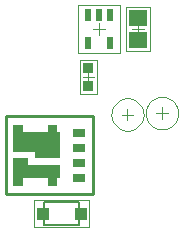
<source format=gtp>
G04*
G04 #@! TF.GenerationSoftware,Altium Limited,Altium Designer,20.1.10 (176)*
G04*
G04 Layer_Color=8421504*
%FSLAX25Y25*%
%MOIN*%
G70*
G04*
G04 #@! TF.SameCoordinates,7E0120EF-0364-4D2A-B447-3940115F72A9*
G04*
G04*
G04 #@! TF.FilePolarity,Positive*
G04*
G01*
G75*
%ADD12C,0.01000*%
%ADD14C,0.00500*%
%ADD15C,0.00197*%
%ADD16C,0.00394*%
%ADD17R,0.04016X0.02677*%
%ADD18R,0.04409X0.04252*%
%ADD19R,0.03543X0.03740*%
%ADD20R,0.05906X0.05512*%
%ADD21R,0.02362X0.04331*%
G36*
X42146Y55795D02*
X43051D01*
Y47016D01*
X34626D01*
Y49024D01*
X27461D01*
Y58099D01*
X30650D01*
Y55795D01*
X38957D01*
Y58099D01*
X42146D01*
Y55795D01*
D02*
G37*
G36*
X32224Y44594D02*
X43051D01*
Y40421D01*
X42146D01*
Y37626D01*
X38957D01*
Y40421D01*
X30650D01*
Y37626D01*
X27461D01*
Y47016D01*
X32224D01*
Y44594D01*
D02*
G37*
D12*
X53961Y35024D02*
Y61024D01*
X24961D02*
X53961D01*
X24961Y35024D02*
Y61024D01*
Y35024D02*
X53961D01*
D14*
X37594Y24563D02*
X49406D01*
X37594D02*
Y32437D01*
X49406D01*
Y24563D02*
Y32437D01*
X37594Y24563D02*
X49406D01*
X37594D02*
Y32437D01*
X49406D01*
Y24563D02*
Y32437D01*
D15*
X82394Y62000D02*
X82302Y62991D01*
X82029Y63948D01*
X81586Y64839D01*
X80986Y65634D01*
X80250Y66304D01*
X79404Y66828D01*
X78476Y67188D01*
X77498Y67371D01*
X76502D01*
X75524Y67188D01*
X74596Y66828D01*
X73750Y66304D01*
X73014Y65634D01*
X72414Y64839D01*
X71970Y63948D01*
X71698Y62991D01*
X71606Y62000D01*
X71698Y61009D01*
X71970Y60052D01*
X72414Y59161D01*
X73014Y58366D01*
X73750Y57696D01*
X74596Y57172D01*
X75524Y56812D01*
X76502Y56629D01*
X77498D01*
X78476Y56812D01*
X79404Y57172D01*
X80250Y57696D01*
X80986Y58366D01*
X81586Y59161D01*
X82029Y60052D01*
X82302Y61009D01*
X82394Y62000D01*
X70894Y61500D02*
X70802Y62491D01*
X70530Y63448D01*
X70086Y64339D01*
X69486Y65134D01*
X68750Y65804D01*
X67904Y66328D01*
X66976Y66688D01*
X65998Y66871D01*
X65002D01*
X64024Y66688D01*
X63096Y66328D01*
X62250Y65804D01*
X61514Y65134D01*
X60914Y64339D01*
X60470Y63448D01*
X60198Y62491D01*
X60106Y61500D01*
X60198Y60509D01*
X60470Y59552D01*
X60914Y58661D01*
X61514Y57866D01*
X62250Y57196D01*
X63096Y56672D01*
X64024Y56312D01*
X65002Y56129D01*
X65998D01*
X66976Y56312D01*
X67904Y56672D01*
X68750Y57196D01*
X69486Y57866D01*
X70086Y58661D01*
X70530Y59552D01*
X70802Y60509D01*
X70894Y61500D01*
X49744Y68291D02*
X55256D01*
X49744Y79709D02*
X55256D01*
X49744Y68291D02*
Y79709D01*
X55256Y68291D02*
Y79709D01*
X72937Y82717D02*
Y97283D01*
X65063Y82717D02*
Y97283D01*
X72937D01*
X65063Y82717D02*
X72937D01*
X49110Y82126D02*
Y97874D01*
X62890Y82126D02*
Y97874D01*
X49110Y82126D02*
X62890D01*
X49110Y97874D02*
X62890D01*
X34406Y33028D02*
X52594D01*
X34406Y23972D02*
Y33028D01*
Y23972D02*
X52594D01*
Y33028D01*
D16*
X77000Y60032D02*
Y63969D01*
X75032Y62000D02*
X78969D01*
X77000Y60032D02*
Y63969D01*
X75032Y62000D02*
X78969D01*
X65500Y59532D02*
Y63469D01*
X63532Y61500D02*
X67469D01*
X65500Y59532D02*
Y63469D01*
X63532Y61500D02*
X67469D01*
X52500Y72228D02*
Y75772D01*
X50728Y74000D02*
X54272D01*
X67031Y90000D02*
X70968D01*
X69000Y88031D02*
Y91969D01*
X54032Y90000D02*
X57969D01*
X56000Y88032D02*
Y91969D01*
D17*
X49232Y40362D02*
D03*
Y45362D02*
D03*
Y55362D02*
D03*
Y50362D02*
D03*
D18*
X49976Y28500D02*
D03*
X37201D02*
D03*
D19*
X52500Y71146D02*
D03*
Y76854D02*
D03*
D20*
X69000Y93543D02*
D03*
Y86457D02*
D03*
D21*
X59740Y85276D02*
D03*
X52260D02*
D03*
Y94724D02*
D03*
X56000D02*
D03*
X59740D02*
D03*
M02*

</source>
